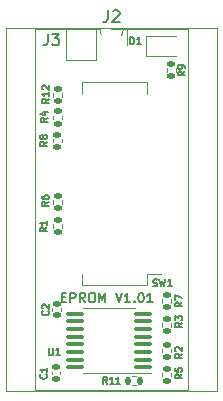
<source format=gbr>
%TF.GenerationSoftware,KiCad,Pcbnew,7.0.8-7.0.8~ubuntu23.04.1*%
%TF.CreationDate,2023-10-18T20:22:37+02:00*%
%TF.ProjectId,eprom_replacer2,6570726f-6d5f-4726-9570-6c6163657232,1.01*%
%TF.SameCoordinates,Original*%
%TF.FileFunction,Legend,Top*%
%TF.FilePolarity,Positive*%
%FSLAX46Y46*%
G04 Gerber Fmt 4.6, Leading zero omitted, Abs format (unit mm)*
G04 Created by KiCad (PCBNEW 7.0.8-7.0.8~ubuntu23.04.1) date 2023-10-18 20:22:37*
%MOMM*%
%LPD*%
G01*
G04 APERTURE LIST*
G04 Aperture macros list*
%AMRoundRect*
0 Rectangle with rounded corners*
0 $1 Rounding radius*
0 $2 $3 $4 $5 $6 $7 $8 $9 X,Y pos of 4 corners*
0 Add a 4 corners polygon primitive as box body*
4,1,4,$2,$3,$4,$5,$6,$7,$8,$9,$2,$3,0*
0 Add four circle primitives for the rounded corners*
1,1,$1+$1,$2,$3*
1,1,$1+$1,$4,$5*
1,1,$1+$1,$6,$7*
1,1,$1+$1,$8,$9*
0 Add four rect primitives between the rounded corners*
20,1,$1+$1,$2,$3,$4,$5,0*
20,1,$1+$1,$4,$5,$6,$7,0*
20,1,$1+$1,$6,$7,$8,$9,0*
20,1,$1+$1,$8,$9,$2,$3,0*%
G04 Aperture macros list end*
%ADD10C,0.150000*%
%ADD11C,0.120000*%
%ADD12RoundRect,0.135000X-0.185000X0.135000X-0.185000X-0.135000X0.185000X-0.135000X0.185000X0.135000X0*%
%ADD13RoundRect,0.100000X0.637500X0.100000X-0.637500X0.100000X-0.637500X-0.100000X0.637500X-0.100000X0*%
%ADD14RoundRect,0.140000X0.170000X-0.140000X0.170000X0.140000X-0.170000X0.140000X-0.170000X-0.140000X0*%
%ADD15RoundRect,0.135000X0.185000X-0.135000X0.185000X0.135000X-0.185000X0.135000X-0.185000X-0.135000X0*%
%ADD16R,1.700000X1.700000*%
%ADD17O,1.700000X1.700000*%
%ADD18R,0.600000X0.450000*%
%ADD19RoundRect,0.135000X0.135000X0.185000X-0.135000X0.185000X-0.135000X-0.185000X0.135000X-0.185000X0*%
%ADD20R,1.600000X1.600000*%
%ADD21O,1.600000X1.600000*%
%ADD22RoundRect,0.140000X-0.170000X0.140000X-0.170000X-0.140000X0.170000X-0.140000X0.170000X0.140000X0*%
%ADD23R,1.800000X0.760000*%
G04 APERTURE END LIST*
D10*
X104223028Y-101187647D02*
X104489694Y-101187647D01*
X104603980Y-101606695D02*
X104223028Y-101606695D01*
X104223028Y-101606695D02*
X104223028Y-100806695D01*
X104223028Y-100806695D02*
X104603980Y-100806695D01*
X104946838Y-101606695D02*
X104946838Y-100806695D01*
X104946838Y-100806695D02*
X105251600Y-100806695D01*
X105251600Y-100806695D02*
X105327790Y-100844790D01*
X105327790Y-100844790D02*
X105365885Y-100882885D01*
X105365885Y-100882885D02*
X105403981Y-100959076D01*
X105403981Y-100959076D02*
X105403981Y-101073361D01*
X105403981Y-101073361D02*
X105365885Y-101149552D01*
X105365885Y-101149552D02*
X105327790Y-101187647D01*
X105327790Y-101187647D02*
X105251600Y-101225742D01*
X105251600Y-101225742D02*
X104946838Y-101225742D01*
X106203981Y-101606695D02*
X105937314Y-101225742D01*
X105746838Y-101606695D02*
X105746838Y-100806695D01*
X105746838Y-100806695D02*
X106051600Y-100806695D01*
X106051600Y-100806695D02*
X106127790Y-100844790D01*
X106127790Y-100844790D02*
X106165885Y-100882885D01*
X106165885Y-100882885D02*
X106203981Y-100959076D01*
X106203981Y-100959076D02*
X106203981Y-101073361D01*
X106203981Y-101073361D02*
X106165885Y-101149552D01*
X106165885Y-101149552D02*
X106127790Y-101187647D01*
X106127790Y-101187647D02*
X106051600Y-101225742D01*
X106051600Y-101225742D02*
X105746838Y-101225742D01*
X106699219Y-100806695D02*
X106851600Y-100806695D01*
X106851600Y-100806695D02*
X106927790Y-100844790D01*
X106927790Y-100844790D02*
X107003981Y-100920980D01*
X107003981Y-100920980D02*
X107042076Y-101073361D01*
X107042076Y-101073361D02*
X107042076Y-101340028D01*
X107042076Y-101340028D02*
X107003981Y-101492409D01*
X107003981Y-101492409D02*
X106927790Y-101568600D01*
X106927790Y-101568600D02*
X106851600Y-101606695D01*
X106851600Y-101606695D02*
X106699219Y-101606695D01*
X106699219Y-101606695D02*
X106623028Y-101568600D01*
X106623028Y-101568600D02*
X106546838Y-101492409D01*
X106546838Y-101492409D02*
X106508742Y-101340028D01*
X106508742Y-101340028D02*
X106508742Y-101073361D01*
X106508742Y-101073361D02*
X106546838Y-100920980D01*
X106546838Y-100920980D02*
X106623028Y-100844790D01*
X106623028Y-100844790D02*
X106699219Y-100806695D01*
X107384933Y-101606695D02*
X107384933Y-100806695D01*
X107384933Y-100806695D02*
X107651599Y-101378123D01*
X107651599Y-101378123D02*
X107918266Y-100806695D01*
X107918266Y-100806695D02*
X107918266Y-101606695D01*
X108794457Y-100806695D02*
X109061124Y-101606695D01*
X109061124Y-101606695D02*
X109327790Y-100806695D01*
X110013504Y-101606695D02*
X109556361Y-101606695D01*
X109784933Y-101606695D02*
X109784933Y-100806695D01*
X109784933Y-100806695D02*
X109708742Y-100920980D01*
X109708742Y-100920980D02*
X109632552Y-100997171D01*
X109632552Y-100997171D02*
X109556361Y-101035266D01*
X110356362Y-101530504D02*
X110394457Y-101568600D01*
X110394457Y-101568600D02*
X110356362Y-101606695D01*
X110356362Y-101606695D02*
X110318266Y-101568600D01*
X110318266Y-101568600D02*
X110356362Y-101530504D01*
X110356362Y-101530504D02*
X110356362Y-101606695D01*
X110889695Y-100806695D02*
X110965885Y-100806695D01*
X110965885Y-100806695D02*
X111042076Y-100844790D01*
X111042076Y-100844790D02*
X111080171Y-100882885D01*
X111080171Y-100882885D02*
X111118266Y-100959076D01*
X111118266Y-100959076D02*
X111156361Y-101111457D01*
X111156361Y-101111457D02*
X111156361Y-101301933D01*
X111156361Y-101301933D02*
X111118266Y-101454314D01*
X111118266Y-101454314D02*
X111080171Y-101530504D01*
X111080171Y-101530504D02*
X111042076Y-101568600D01*
X111042076Y-101568600D02*
X110965885Y-101606695D01*
X110965885Y-101606695D02*
X110889695Y-101606695D01*
X110889695Y-101606695D02*
X110813504Y-101568600D01*
X110813504Y-101568600D02*
X110775409Y-101530504D01*
X110775409Y-101530504D02*
X110737314Y-101454314D01*
X110737314Y-101454314D02*
X110699218Y-101301933D01*
X110699218Y-101301933D02*
X110699218Y-101111457D01*
X110699218Y-101111457D02*
X110737314Y-100959076D01*
X110737314Y-100959076D02*
X110775409Y-100882885D01*
X110775409Y-100882885D02*
X110813504Y-100844790D01*
X110813504Y-100844790D02*
X110889695Y-100806695D01*
X111918266Y-101606695D02*
X111461123Y-101606695D01*
X111689695Y-101606695D02*
X111689695Y-100806695D01*
X111689695Y-100806695D02*
X111613504Y-100920980D01*
X111613504Y-100920980D02*
X111537314Y-100997171D01*
X111537314Y-100997171D02*
X111461123Y-101035266D01*
X102987371Y-88009399D02*
X102701657Y-88209399D01*
X102987371Y-88352256D02*
X102387371Y-88352256D01*
X102387371Y-88352256D02*
X102387371Y-88123685D01*
X102387371Y-88123685D02*
X102415942Y-88066542D01*
X102415942Y-88066542D02*
X102444514Y-88037971D01*
X102444514Y-88037971D02*
X102501657Y-88009399D01*
X102501657Y-88009399D02*
X102587371Y-88009399D01*
X102587371Y-88009399D02*
X102644514Y-88037971D01*
X102644514Y-88037971D02*
X102673085Y-88066542D01*
X102673085Y-88066542D02*
X102701657Y-88123685D01*
X102701657Y-88123685D02*
X102701657Y-88352256D01*
X102644514Y-87666542D02*
X102615942Y-87723685D01*
X102615942Y-87723685D02*
X102587371Y-87752256D01*
X102587371Y-87752256D02*
X102530228Y-87780828D01*
X102530228Y-87780828D02*
X102501657Y-87780828D01*
X102501657Y-87780828D02*
X102444514Y-87752256D01*
X102444514Y-87752256D02*
X102415942Y-87723685D01*
X102415942Y-87723685D02*
X102387371Y-87666542D01*
X102387371Y-87666542D02*
X102387371Y-87552256D01*
X102387371Y-87552256D02*
X102415942Y-87495114D01*
X102415942Y-87495114D02*
X102444514Y-87466542D01*
X102444514Y-87466542D02*
X102501657Y-87437971D01*
X102501657Y-87437971D02*
X102530228Y-87437971D01*
X102530228Y-87437971D02*
X102587371Y-87466542D01*
X102587371Y-87466542D02*
X102615942Y-87495114D01*
X102615942Y-87495114D02*
X102644514Y-87552256D01*
X102644514Y-87552256D02*
X102644514Y-87666542D01*
X102644514Y-87666542D02*
X102673085Y-87723685D01*
X102673085Y-87723685D02*
X102701657Y-87752256D01*
X102701657Y-87752256D02*
X102758800Y-87780828D01*
X102758800Y-87780828D02*
X102873085Y-87780828D01*
X102873085Y-87780828D02*
X102930228Y-87752256D01*
X102930228Y-87752256D02*
X102958800Y-87723685D01*
X102958800Y-87723685D02*
X102987371Y-87666542D01*
X102987371Y-87666542D02*
X102987371Y-87552256D01*
X102987371Y-87552256D02*
X102958800Y-87495114D01*
X102958800Y-87495114D02*
X102930228Y-87466542D01*
X102930228Y-87466542D02*
X102873085Y-87437971D01*
X102873085Y-87437971D02*
X102758800Y-87437971D01*
X102758800Y-87437971D02*
X102701657Y-87466542D01*
X102701657Y-87466542D02*
X102673085Y-87495114D01*
X102673085Y-87495114D02*
X102644514Y-87552256D01*
X103149457Y-105486171D02*
X103149457Y-105971885D01*
X103149457Y-105971885D02*
X103178028Y-106029028D01*
X103178028Y-106029028D02*
X103206600Y-106057600D01*
X103206600Y-106057600D02*
X103263742Y-106086171D01*
X103263742Y-106086171D02*
X103378028Y-106086171D01*
X103378028Y-106086171D02*
X103435171Y-106057600D01*
X103435171Y-106057600D02*
X103463742Y-106029028D01*
X103463742Y-106029028D02*
X103492314Y-105971885D01*
X103492314Y-105971885D02*
X103492314Y-105486171D01*
X104092313Y-106086171D02*
X103749456Y-106086171D01*
X103920885Y-106086171D02*
X103920885Y-105486171D01*
X103920885Y-105486171D02*
X103863742Y-105571885D01*
X103863742Y-105571885D02*
X103806599Y-105629028D01*
X103806599Y-105629028D02*
X103749456Y-105657600D01*
X103038171Y-86002799D02*
X102752457Y-86202799D01*
X103038171Y-86345656D02*
X102438171Y-86345656D01*
X102438171Y-86345656D02*
X102438171Y-86117085D01*
X102438171Y-86117085D02*
X102466742Y-86059942D01*
X102466742Y-86059942D02*
X102495314Y-86031371D01*
X102495314Y-86031371D02*
X102552457Y-86002799D01*
X102552457Y-86002799D02*
X102638171Y-86002799D01*
X102638171Y-86002799D02*
X102695314Y-86031371D01*
X102695314Y-86031371D02*
X102723885Y-86059942D01*
X102723885Y-86059942D02*
X102752457Y-86117085D01*
X102752457Y-86117085D02*
X102752457Y-86345656D01*
X102638171Y-85488514D02*
X103038171Y-85488514D01*
X102409600Y-85631371D02*
X102838171Y-85774228D01*
X102838171Y-85774228D02*
X102838171Y-85402799D01*
X103082628Y-102334999D02*
X103111200Y-102363571D01*
X103111200Y-102363571D02*
X103139771Y-102449285D01*
X103139771Y-102449285D02*
X103139771Y-102506428D01*
X103139771Y-102506428D02*
X103111200Y-102592142D01*
X103111200Y-102592142D02*
X103054057Y-102649285D01*
X103054057Y-102649285D02*
X102996914Y-102677856D01*
X102996914Y-102677856D02*
X102882628Y-102706428D01*
X102882628Y-102706428D02*
X102796914Y-102706428D01*
X102796914Y-102706428D02*
X102682628Y-102677856D01*
X102682628Y-102677856D02*
X102625485Y-102649285D01*
X102625485Y-102649285D02*
X102568342Y-102592142D01*
X102568342Y-102592142D02*
X102539771Y-102506428D01*
X102539771Y-102506428D02*
X102539771Y-102449285D01*
X102539771Y-102449285D02*
X102568342Y-102363571D01*
X102568342Y-102363571D02*
X102596914Y-102334999D01*
X102596914Y-102106428D02*
X102568342Y-102077856D01*
X102568342Y-102077856D02*
X102539771Y-102020714D01*
X102539771Y-102020714D02*
X102539771Y-101877856D01*
X102539771Y-101877856D02*
X102568342Y-101820714D01*
X102568342Y-101820714D02*
X102596914Y-101792142D01*
X102596914Y-101792142D02*
X102654057Y-101763571D01*
X102654057Y-101763571D02*
X102711200Y-101763571D01*
X102711200Y-101763571D02*
X102796914Y-101792142D01*
X102796914Y-101792142D02*
X103139771Y-102134999D01*
X103139771Y-102134999D02*
X103139771Y-101763571D01*
X114417371Y-105943040D02*
X114131657Y-106143040D01*
X114417371Y-106285897D02*
X113817371Y-106285897D01*
X113817371Y-106285897D02*
X113817371Y-106057326D01*
X113817371Y-106057326D02*
X113845942Y-106000183D01*
X113845942Y-106000183D02*
X113874514Y-105971612D01*
X113874514Y-105971612D02*
X113931657Y-105943040D01*
X113931657Y-105943040D02*
X114017371Y-105943040D01*
X114017371Y-105943040D02*
X114074514Y-105971612D01*
X114074514Y-105971612D02*
X114103085Y-106000183D01*
X114103085Y-106000183D02*
X114131657Y-106057326D01*
X114131657Y-106057326D02*
X114131657Y-106285897D01*
X113874514Y-105714469D02*
X113845942Y-105685897D01*
X113845942Y-105685897D02*
X113817371Y-105628755D01*
X113817371Y-105628755D02*
X113817371Y-105485897D01*
X113817371Y-105485897D02*
X113845942Y-105428755D01*
X113845942Y-105428755D02*
X113874514Y-105400183D01*
X113874514Y-105400183D02*
X113931657Y-105371612D01*
X113931657Y-105371612D02*
X113988800Y-105371612D01*
X113988800Y-105371612D02*
X114074514Y-105400183D01*
X114074514Y-105400183D02*
X114417371Y-105743040D01*
X114417371Y-105743040D02*
X114417371Y-105371612D01*
X114671371Y-82038399D02*
X114385657Y-82238399D01*
X114671371Y-82381256D02*
X114071371Y-82381256D01*
X114071371Y-82381256D02*
X114071371Y-82152685D01*
X114071371Y-82152685D02*
X114099942Y-82095542D01*
X114099942Y-82095542D02*
X114128514Y-82066971D01*
X114128514Y-82066971D02*
X114185657Y-82038399D01*
X114185657Y-82038399D02*
X114271371Y-82038399D01*
X114271371Y-82038399D02*
X114328514Y-82066971D01*
X114328514Y-82066971D02*
X114357085Y-82095542D01*
X114357085Y-82095542D02*
X114385657Y-82152685D01*
X114385657Y-82152685D02*
X114385657Y-82381256D01*
X114671371Y-81752685D02*
X114671371Y-81638399D01*
X114671371Y-81638399D02*
X114642800Y-81581256D01*
X114642800Y-81581256D02*
X114614228Y-81552685D01*
X114614228Y-81552685D02*
X114528514Y-81495542D01*
X114528514Y-81495542D02*
X114414228Y-81466971D01*
X114414228Y-81466971D02*
X114185657Y-81466971D01*
X114185657Y-81466971D02*
X114128514Y-81495542D01*
X114128514Y-81495542D02*
X114099942Y-81524114D01*
X114099942Y-81524114D02*
X114071371Y-81581256D01*
X114071371Y-81581256D02*
X114071371Y-81695542D01*
X114071371Y-81695542D02*
X114099942Y-81752685D01*
X114099942Y-81752685D02*
X114128514Y-81781256D01*
X114128514Y-81781256D02*
X114185657Y-81809828D01*
X114185657Y-81809828D02*
X114328514Y-81809828D01*
X114328514Y-81809828D02*
X114385657Y-81781256D01*
X114385657Y-81781256D02*
X114414228Y-81752685D01*
X114414228Y-81752685D02*
X114442800Y-81695542D01*
X114442800Y-81695542D02*
X114442800Y-81581256D01*
X114442800Y-81581256D02*
X114414228Y-81524114D01*
X114414228Y-81524114D02*
X114385657Y-81495542D01*
X114385657Y-81495542D02*
X114328514Y-81466971D01*
X103139771Y-84358114D02*
X102854057Y-84558114D01*
X103139771Y-84700971D02*
X102539771Y-84700971D01*
X102539771Y-84700971D02*
X102539771Y-84472400D01*
X102539771Y-84472400D02*
X102568342Y-84415257D01*
X102568342Y-84415257D02*
X102596914Y-84386686D01*
X102596914Y-84386686D02*
X102654057Y-84358114D01*
X102654057Y-84358114D02*
X102739771Y-84358114D01*
X102739771Y-84358114D02*
X102796914Y-84386686D01*
X102796914Y-84386686D02*
X102825485Y-84415257D01*
X102825485Y-84415257D02*
X102854057Y-84472400D01*
X102854057Y-84472400D02*
X102854057Y-84700971D01*
X103139771Y-83786686D02*
X103139771Y-84129543D01*
X103139771Y-83958114D02*
X102539771Y-83958114D01*
X102539771Y-83958114D02*
X102625485Y-84015257D01*
X102625485Y-84015257D02*
X102682628Y-84072400D01*
X102682628Y-84072400D02*
X102711200Y-84129543D01*
X102596914Y-83558114D02*
X102568342Y-83529542D01*
X102568342Y-83529542D02*
X102539771Y-83472400D01*
X102539771Y-83472400D02*
X102539771Y-83329542D01*
X102539771Y-83329542D02*
X102568342Y-83272400D01*
X102568342Y-83272400D02*
X102596914Y-83243828D01*
X102596914Y-83243828D02*
X102654057Y-83215257D01*
X102654057Y-83215257D02*
X102711200Y-83215257D01*
X102711200Y-83215257D02*
X102796914Y-83243828D01*
X102796914Y-83243828D02*
X103139771Y-83586685D01*
X103139771Y-83586685D02*
X103139771Y-83215257D01*
X103019266Y-78855219D02*
X103019266Y-79569504D01*
X103019266Y-79569504D02*
X102971647Y-79712361D01*
X102971647Y-79712361D02*
X102876409Y-79807600D01*
X102876409Y-79807600D02*
X102733552Y-79855219D01*
X102733552Y-79855219D02*
X102638314Y-79855219D01*
X103400219Y-78855219D02*
X104019266Y-78855219D01*
X104019266Y-78855219D02*
X103685933Y-79236171D01*
X103685933Y-79236171D02*
X103828790Y-79236171D01*
X103828790Y-79236171D02*
X103924028Y-79283790D01*
X103924028Y-79283790D02*
X103971647Y-79331409D01*
X103971647Y-79331409D02*
X104019266Y-79426647D01*
X104019266Y-79426647D02*
X104019266Y-79664742D01*
X104019266Y-79664742D02*
X103971647Y-79759980D01*
X103971647Y-79759980D02*
X103924028Y-79807600D01*
X103924028Y-79807600D02*
X103828790Y-79855219D01*
X103828790Y-79855219D02*
X103543076Y-79855219D01*
X103543076Y-79855219D02*
X103447838Y-79807600D01*
X103447838Y-79807600D02*
X103400219Y-79759980D01*
X114417371Y-103325599D02*
X114131657Y-103525599D01*
X114417371Y-103668456D02*
X113817371Y-103668456D01*
X113817371Y-103668456D02*
X113817371Y-103439885D01*
X113817371Y-103439885D02*
X113845942Y-103382742D01*
X113845942Y-103382742D02*
X113874514Y-103354171D01*
X113874514Y-103354171D02*
X113931657Y-103325599D01*
X113931657Y-103325599D02*
X114017371Y-103325599D01*
X114017371Y-103325599D02*
X114074514Y-103354171D01*
X114074514Y-103354171D02*
X114103085Y-103382742D01*
X114103085Y-103382742D02*
X114131657Y-103439885D01*
X114131657Y-103439885D02*
X114131657Y-103668456D01*
X113817371Y-103125599D02*
X113817371Y-102754171D01*
X113817371Y-102754171D02*
X114045942Y-102954171D01*
X114045942Y-102954171D02*
X114045942Y-102868456D01*
X114045942Y-102868456D02*
X114074514Y-102811314D01*
X114074514Y-102811314D02*
X114103085Y-102782742D01*
X114103085Y-102782742D02*
X114160228Y-102754171D01*
X114160228Y-102754171D02*
X114303085Y-102754171D01*
X114303085Y-102754171D02*
X114360228Y-102782742D01*
X114360228Y-102782742D02*
X114388800Y-102811314D01*
X114388800Y-102811314D02*
X114417371Y-102868456D01*
X114417371Y-102868456D02*
X114417371Y-103039885D01*
X114417371Y-103039885D02*
X114388800Y-103097028D01*
X114388800Y-103097028D02*
X114360228Y-103125599D01*
X110013143Y-79746371D02*
X110013143Y-79146371D01*
X110013143Y-79146371D02*
X110156000Y-79146371D01*
X110156000Y-79146371D02*
X110241714Y-79174942D01*
X110241714Y-79174942D02*
X110298857Y-79232085D01*
X110298857Y-79232085D02*
X110327428Y-79289228D01*
X110327428Y-79289228D02*
X110356000Y-79403514D01*
X110356000Y-79403514D02*
X110356000Y-79489228D01*
X110356000Y-79489228D02*
X110327428Y-79603514D01*
X110327428Y-79603514D02*
X110298857Y-79660657D01*
X110298857Y-79660657D02*
X110241714Y-79717800D01*
X110241714Y-79717800D02*
X110156000Y-79746371D01*
X110156000Y-79746371D02*
X110013143Y-79746371D01*
X110927428Y-79746371D02*
X110584571Y-79746371D01*
X110756000Y-79746371D02*
X110756000Y-79146371D01*
X110756000Y-79146371D02*
X110698857Y-79232085D01*
X110698857Y-79232085D02*
X110641714Y-79289228D01*
X110641714Y-79289228D02*
X110584571Y-79317800D01*
X108046885Y-108499171D02*
X107846885Y-108213457D01*
X107704028Y-108499171D02*
X107704028Y-107899171D01*
X107704028Y-107899171D02*
X107932599Y-107899171D01*
X107932599Y-107899171D02*
X107989742Y-107927742D01*
X107989742Y-107927742D02*
X108018313Y-107956314D01*
X108018313Y-107956314D02*
X108046885Y-108013457D01*
X108046885Y-108013457D02*
X108046885Y-108099171D01*
X108046885Y-108099171D02*
X108018313Y-108156314D01*
X108018313Y-108156314D02*
X107989742Y-108184885D01*
X107989742Y-108184885D02*
X107932599Y-108213457D01*
X107932599Y-108213457D02*
X107704028Y-108213457D01*
X108618313Y-108499171D02*
X108275456Y-108499171D01*
X108446885Y-108499171D02*
X108446885Y-107899171D01*
X108446885Y-107899171D02*
X108389742Y-107984885D01*
X108389742Y-107984885D02*
X108332599Y-108042028D01*
X108332599Y-108042028D02*
X108275456Y-108070600D01*
X109189742Y-108499171D02*
X108846885Y-108499171D01*
X109018314Y-108499171D02*
X109018314Y-107899171D01*
X109018314Y-107899171D02*
X108961171Y-107984885D01*
X108961171Y-107984885D02*
X108904028Y-108042028D01*
X108904028Y-108042028D02*
X108846885Y-108070600D01*
X108124666Y-76880819D02*
X108124666Y-77595104D01*
X108124666Y-77595104D02*
X108077047Y-77737961D01*
X108077047Y-77737961D02*
X107981809Y-77833200D01*
X107981809Y-77833200D02*
X107838952Y-77880819D01*
X107838952Y-77880819D02*
X107743714Y-77880819D01*
X108553238Y-76976057D02*
X108600857Y-76928438D01*
X108600857Y-76928438D02*
X108696095Y-76880819D01*
X108696095Y-76880819D02*
X108934190Y-76880819D01*
X108934190Y-76880819D02*
X109029428Y-76928438D01*
X109029428Y-76928438D02*
X109077047Y-76976057D01*
X109077047Y-76976057D02*
X109124666Y-77071295D01*
X109124666Y-77071295D02*
X109124666Y-77166533D01*
X109124666Y-77166533D02*
X109077047Y-77309390D01*
X109077047Y-77309390D02*
X108505619Y-77880819D01*
X108505619Y-77880819D02*
X109124666Y-77880819D01*
X102985771Y-95248399D02*
X102700057Y-95448399D01*
X102985771Y-95591256D02*
X102385771Y-95591256D01*
X102385771Y-95591256D02*
X102385771Y-95362685D01*
X102385771Y-95362685D02*
X102414342Y-95305542D01*
X102414342Y-95305542D02*
X102442914Y-95276971D01*
X102442914Y-95276971D02*
X102500057Y-95248399D01*
X102500057Y-95248399D02*
X102585771Y-95248399D01*
X102585771Y-95248399D02*
X102642914Y-95276971D01*
X102642914Y-95276971D02*
X102671485Y-95305542D01*
X102671485Y-95305542D02*
X102700057Y-95362685D01*
X102700057Y-95362685D02*
X102700057Y-95591256D01*
X102985771Y-94676971D02*
X102985771Y-95019828D01*
X102985771Y-94848399D02*
X102385771Y-94848399D01*
X102385771Y-94848399D02*
X102471485Y-94905542D01*
X102471485Y-94905542D02*
X102528628Y-94962685D01*
X102528628Y-94962685D02*
X102557200Y-95019828D01*
X102930228Y-107694399D02*
X102958800Y-107722971D01*
X102958800Y-107722971D02*
X102987371Y-107808685D01*
X102987371Y-107808685D02*
X102987371Y-107865828D01*
X102987371Y-107865828D02*
X102958800Y-107951542D01*
X102958800Y-107951542D02*
X102901657Y-108008685D01*
X102901657Y-108008685D02*
X102844514Y-108037256D01*
X102844514Y-108037256D02*
X102730228Y-108065828D01*
X102730228Y-108065828D02*
X102644514Y-108065828D01*
X102644514Y-108065828D02*
X102530228Y-108037256D01*
X102530228Y-108037256D02*
X102473085Y-108008685D01*
X102473085Y-108008685D02*
X102415942Y-107951542D01*
X102415942Y-107951542D02*
X102387371Y-107865828D01*
X102387371Y-107865828D02*
X102387371Y-107808685D01*
X102387371Y-107808685D02*
X102415942Y-107722971D01*
X102415942Y-107722971D02*
X102444514Y-107694399D01*
X102987371Y-107122971D02*
X102987371Y-107465828D01*
X102987371Y-107294399D02*
X102387371Y-107294399D01*
X102387371Y-107294399D02*
X102473085Y-107351542D01*
X102473085Y-107351542D02*
X102530228Y-107408685D01*
X102530228Y-107408685D02*
X102558800Y-107465828D01*
X111950599Y-100215600D02*
X112036314Y-100244171D01*
X112036314Y-100244171D02*
X112179171Y-100244171D01*
X112179171Y-100244171D02*
X112236314Y-100215600D01*
X112236314Y-100215600D02*
X112264885Y-100187028D01*
X112264885Y-100187028D02*
X112293456Y-100129885D01*
X112293456Y-100129885D02*
X112293456Y-100072742D01*
X112293456Y-100072742D02*
X112264885Y-100015600D01*
X112264885Y-100015600D02*
X112236314Y-99987028D01*
X112236314Y-99987028D02*
X112179171Y-99958457D01*
X112179171Y-99958457D02*
X112064885Y-99929885D01*
X112064885Y-99929885D02*
X112007742Y-99901314D01*
X112007742Y-99901314D02*
X111979171Y-99872742D01*
X111979171Y-99872742D02*
X111950599Y-99815600D01*
X111950599Y-99815600D02*
X111950599Y-99758457D01*
X111950599Y-99758457D02*
X111979171Y-99701314D01*
X111979171Y-99701314D02*
X112007742Y-99672742D01*
X112007742Y-99672742D02*
X112064885Y-99644171D01*
X112064885Y-99644171D02*
X112207742Y-99644171D01*
X112207742Y-99644171D02*
X112293456Y-99672742D01*
X112493457Y-99644171D02*
X112636314Y-100244171D01*
X112636314Y-100244171D02*
X112750600Y-99815600D01*
X112750600Y-99815600D02*
X112864885Y-100244171D01*
X112864885Y-100244171D02*
X113007743Y-99644171D01*
X113550599Y-100244171D02*
X113207742Y-100244171D01*
X113379171Y-100244171D02*
X113379171Y-99644171D01*
X113379171Y-99644171D02*
X113322028Y-99729885D01*
X113322028Y-99729885D02*
X113264885Y-99787028D01*
X113264885Y-99787028D02*
X113207742Y-99815600D01*
X114417371Y-107694399D02*
X114131657Y-107894399D01*
X114417371Y-108037256D02*
X113817371Y-108037256D01*
X113817371Y-108037256D02*
X113817371Y-107808685D01*
X113817371Y-107808685D02*
X113845942Y-107751542D01*
X113845942Y-107751542D02*
X113874514Y-107722971D01*
X113874514Y-107722971D02*
X113931657Y-107694399D01*
X113931657Y-107694399D02*
X114017371Y-107694399D01*
X114017371Y-107694399D02*
X114074514Y-107722971D01*
X114074514Y-107722971D02*
X114103085Y-107751542D01*
X114103085Y-107751542D02*
X114131657Y-107808685D01*
X114131657Y-107808685D02*
X114131657Y-108037256D01*
X113817371Y-107151542D02*
X113817371Y-107437256D01*
X113817371Y-107437256D02*
X114103085Y-107465828D01*
X114103085Y-107465828D02*
X114074514Y-107437256D01*
X114074514Y-107437256D02*
X114045942Y-107380114D01*
X114045942Y-107380114D02*
X114045942Y-107237256D01*
X114045942Y-107237256D02*
X114074514Y-107180114D01*
X114074514Y-107180114D02*
X114103085Y-107151542D01*
X114103085Y-107151542D02*
X114160228Y-107122971D01*
X114160228Y-107122971D02*
X114303085Y-107122971D01*
X114303085Y-107122971D02*
X114360228Y-107151542D01*
X114360228Y-107151542D02*
X114388800Y-107180114D01*
X114388800Y-107180114D02*
X114417371Y-107237256D01*
X114417371Y-107237256D02*
X114417371Y-107380114D01*
X114417371Y-107380114D02*
X114388800Y-107437256D01*
X114388800Y-107437256D02*
X114360228Y-107465828D01*
X103114371Y-93089399D02*
X102828657Y-93289399D01*
X103114371Y-93432256D02*
X102514371Y-93432256D01*
X102514371Y-93432256D02*
X102514371Y-93203685D01*
X102514371Y-93203685D02*
X102542942Y-93146542D01*
X102542942Y-93146542D02*
X102571514Y-93117971D01*
X102571514Y-93117971D02*
X102628657Y-93089399D01*
X102628657Y-93089399D02*
X102714371Y-93089399D01*
X102714371Y-93089399D02*
X102771514Y-93117971D01*
X102771514Y-93117971D02*
X102800085Y-93146542D01*
X102800085Y-93146542D02*
X102828657Y-93203685D01*
X102828657Y-93203685D02*
X102828657Y-93432256D01*
X102514371Y-92575114D02*
X102514371Y-92689399D01*
X102514371Y-92689399D02*
X102542942Y-92746542D01*
X102542942Y-92746542D02*
X102571514Y-92775114D01*
X102571514Y-92775114D02*
X102657228Y-92832256D01*
X102657228Y-92832256D02*
X102771514Y-92860828D01*
X102771514Y-92860828D02*
X103000085Y-92860828D01*
X103000085Y-92860828D02*
X103057228Y-92832256D01*
X103057228Y-92832256D02*
X103085800Y-92803685D01*
X103085800Y-92803685D02*
X103114371Y-92746542D01*
X103114371Y-92746542D02*
X103114371Y-92632256D01*
X103114371Y-92632256D02*
X103085800Y-92575114D01*
X103085800Y-92575114D02*
X103057228Y-92546542D01*
X103057228Y-92546542D02*
X103000085Y-92517971D01*
X103000085Y-92517971D02*
X102857228Y-92517971D01*
X102857228Y-92517971D02*
X102800085Y-92546542D01*
X102800085Y-92546542D02*
X102771514Y-92575114D01*
X102771514Y-92575114D02*
X102742942Y-92632256D01*
X102742942Y-92632256D02*
X102742942Y-92746542D01*
X102742942Y-92746542D02*
X102771514Y-92803685D01*
X102771514Y-92803685D02*
X102800085Y-92832256D01*
X102800085Y-92832256D02*
X102857228Y-92860828D01*
X114417371Y-101598399D02*
X114131657Y-101798399D01*
X114417371Y-101941256D02*
X113817371Y-101941256D01*
X113817371Y-101941256D02*
X113817371Y-101712685D01*
X113817371Y-101712685D02*
X113845942Y-101655542D01*
X113845942Y-101655542D02*
X113874514Y-101626971D01*
X113874514Y-101626971D02*
X113931657Y-101598399D01*
X113931657Y-101598399D02*
X114017371Y-101598399D01*
X114017371Y-101598399D02*
X114074514Y-101626971D01*
X114074514Y-101626971D02*
X114103085Y-101655542D01*
X114103085Y-101655542D02*
X114131657Y-101712685D01*
X114131657Y-101712685D02*
X114131657Y-101941256D01*
X113817371Y-101398399D02*
X113817371Y-100998399D01*
X113817371Y-100998399D02*
X114417371Y-101255542D01*
D11*
%TO.C,R8*%
X104240600Y-87755759D02*
X104240600Y-88063041D01*
X103480600Y-87755759D02*
X103480600Y-88063041D01*
%TO.C,U1*%
X108204000Y-102090800D02*
X110404000Y-102090800D01*
X108204000Y-107560800D02*
X111804000Y-107560800D01*
X108204000Y-102090800D02*
X106004000Y-102090800D01*
X108204000Y-107560800D02*
X106004000Y-107560800D01*
%TO.C,R4*%
X103506000Y-85799959D02*
X103506000Y-86107241D01*
X104266000Y-85799959D02*
X104266000Y-86107241D01*
%TO.C,C2*%
X104144400Y-102317436D02*
X104144400Y-102101764D01*
X103424400Y-102317436D02*
X103424400Y-102101764D01*
%TO.C,R2*%
X112751600Y-105535759D02*
X112751600Y-105843041D01*
X113511600Y-105535759D02*
X113511600Y-105843041D01*
%TO.C,R9*%
X113892600Y-81784759D02*
X113892600Y-82092041D01*
X113132600Y-81784759D02*
X113132600Y-82092041D01*
%TO.C,R12*%
X103506000Y-84176841D02*
X103506000Y-83869559D01*
X104266000Y-84176841D02*
X104266000Y-83869559D01*
%TO.C,J3*%
X107162600Y-78451400D02*
X104562600Y-78451400D01*
X107162600Y-78451400D02*
X107162600Y-81111400D01*
X109762600Y-78451400D02*
X109762600Y-79781400D01*
X104562600Y-78451400D02*
X104562600Y-81111400D01*
X108432600Y-78451400D02*
X109762600Y-78451400D01*
X107162600Y-81111400D02*
X104562600Y-81111400D01*
%TO.C,R3*%
X113511600Y-103376759D02*
X113511600Y-103684041D01*
X112751600Y-103376759D02*
X112751600Y-103684041D01*
%TO.C,D1*%
X111377600Y-79058400D02*
X111377600Y-80758400D01*
X111377600Y-79058400D02*
X113927600Y-79058400D01*
X111377600Y-80758400D02*
X113927600Y-80758400D01*
%TO.C,R11*%
X110491241Y-107849400D02*
X110183959Y-107849400D01*
X110491241Y-108609400D02*
X110183959Y-108609400D01*
%TO.C,J2*%
X117408000Y-78366000D02*
X99508000Y-78366000D01*
X99508000Y-78366000D02*
X99508000Y-109086000D01*
X117408000Y-109086000D02*
X117408000Y-78366000D01*
X114918000Y-109026000D02*
X114918000Y-78426000D01*
X101998000Y-109026000D02*
X114918000Y-109026000D01*
X101998000Y-78426000D02*
X101998000Y-109026000D01*
X107458000Y-78426000D02*
X101998000Y-78426000D01*
X99508000Y-109086000D02*
X117408000Y-109086000D01*
X114918000Y-78426000D02*
X109458000Y-78426000D01*
X107458000Y-78426000D02*
G75*
G03*
X109458000Y-78426000I1000000J0D01*
G01*
%TO.C,R1*%
X104266000Y-95302041D02*
X104266000Y-94994759D01*
X103506000Y-95302041D02*
X103506000Y-94994759D01*
%TO.C,C1*%
X104093600Y-107486564D02*
X104093600Y-107702236D01*
X103373600Y-107486564D02*
X103373600Y-107702236D01*
%TO.C,SW1*%
X111473000Y-83929100D02*
X111473000Y-82954100D01*
X112663000Y-99236600D02*
X111473000Y-99236600D01*
X105962000Y-83929100D02*
X105962000Y-82954100D01*
X105952000Y-100151600D02*
X105952000Y-99176600D01*
X111473000Y-100151600D02*
X111473000Y-99236600D01*
X111473000Y-82941600D02*
X105952000Y-82941600D01*
X111473000Y-100151600D02*
X105952000Y-100151600D01*
%TO.C,R5*%
X113511600Y-107567759D02*
X113511600Y-107875041D01*
X112751600Y-107567759D02*
X112751600Y-107875041D01*
%TO.C,R6*%
X104266000Y-92937359D02*
X104266000Y-93244641D01*
X103506000Y-92937359D02*
X103506000Y-93244641D01*
%TO.C,R7*%
X112751600Y-101344759D02*
X112751600Y-101652041D01*
X113511600Y-101344759D02*
X113511600Y-101652041D01*
%TD*%
%LPC*%
D12*
%TO.C,R8*%
X103860600Y-87399400D03*
X103860600Y-88419400D03*
%TD*%
D13*
%TO.C,U1*%
X111066500Y-107100800D03*
X111066500Y-106450800D03*
X111066500Y-105800800D03*
X111066500Y-105150800D03*
X111066500Y-104500800D03*
X111066500Y-103850800D03*
X111066500Y-103200800D03*
X111066500Y-102550800D03*
X105341500Y-102550800D03*
X105341500Y-103200800D03*
X105341500Y-103850800D03*
X105341500Y-104500800D03*
X105341500Y-105150800D03*
X105341500Y-105800800D03*
X105341500Y-106450800D03*
X105341500Y-107100800D03*
%TD*%
D12*
%TO.C,R4*%
X103886000Y-85443600D03*
X103886000Y-86463600D03*
%TD*%
D14*
%TO.C,C2*%
X103784400Y-102689600D03*
X103784400Y-101729600D03*
%TD*%
D12*
%TO.C,R2*%
X113131600Y-105179400D03*
X113131600Y-106199400D03*
%TD*%
%TO.C,R9*%
X113512600Y-81428400D03*
X113512600Y-82448400D03*
%TD*%
D15*
%TO.C,R12*%
X103886000Y-84533200D03*
X103886000Y-83513200D03*
%TD*%
D16*
%TO.C,J3*%
X108432600Y-79781400D03*
D17*
X105892600Y-79781400D03*
%TD*%
D12*
%TO.C,R3*%
X113131600Y-103020400D03*
X113131600Y-104040400D03*
%TD*%
D18*
%TO.C,D1*%
X111827600Y-79908400D03*
X113927600Y-79908400D03*
%TD*%
D19*
%TO.C,R11*%
X110847600Y-108229400D03*
X109827600Y-108229400D03*
%TD*%
D20*
%TO.C,J2*%
X100838000Y-79756000D03*
D21*
X100838000Y-82296000D03*
X100838000Y-84836000D03*
X100838000Y-87376000D03*
X100838000Y-89916000D03*
X100838000Y-92456000D03*
X100838000Y-94996000D03*
X100838000Y-97536000D03*
X100838000Y-100076000D03*
X100838000Y-102616000D03*
X100838000Y-105156000D03*
X100838000Y-107696000D03*
X116078000Y-107696000D03*
X116078000Y-105156000D03*
X116078000Y-102616000D03*
X116078000Y-100076000D03*
X116078000Y-97536000D03*
X116078000Y-94996000D03*
X116078000Y-92456000D03*
X116078000Y-89916000D03*
X116078000Y-87376000D03*
X116078000Y-84836000D03*
X116078000Y-82296000D03*
X116078000Y-79756000D03*
%TD*%
D15*
%TO.C,R1*%
X103886000Y-95658400D03*
X103886000Y-94638400D03*
%TD*%
D22*
%TO.C,C1*%
X103733600Y-107114400D03*
X103733600Y-108074400D03*
%TD*%
D23*
%TO.C,SW1*%
X111712000Y-98556600D03*
X111712000Y-97286600D03*
X111712000Y-96016600D03*
X111712000Y-94746600D03*
X111712000Y-93476600D03*
X111712000Y-92206600D03*
X111712000Y-90936600D03*
X111712000Y-89666600D03*
X111712000Y-88396600D03*
X111712000Y-87126600D03*
X111712000Y-85856600D03*
X111712000Y-84586600D03*
X105662000Y-84586600D03*
X105662000Y-85856600D03*
X105662000Y-87126600D03*
X105662000Y-88396600D03*
X105662000Y-89666600D03*
X105662000Y-90936600D03*
X105662000Y-92206600D03*
X105662000Y-93476600D03*
X105662000Y-94746600D03*
X105662000Y-96016600D03*
X105662000Y-97286600D03*
X105662000Y-98556600D03*
%TD*%
D12*
%TO.C,R5*%
X113131600Y-107211400D03*
X113131600Y-108231400D03*
%TD*%
%TO.C,R6*%
X103886000Y-92581000D03*
X103886000Y-93601000D03*
%TD*%
%TO.C,R7*%
X113131600Y-100988400D03*
X113131600Y-102008400D03*
%TD*%
%LPD*%
M02*

</source>
